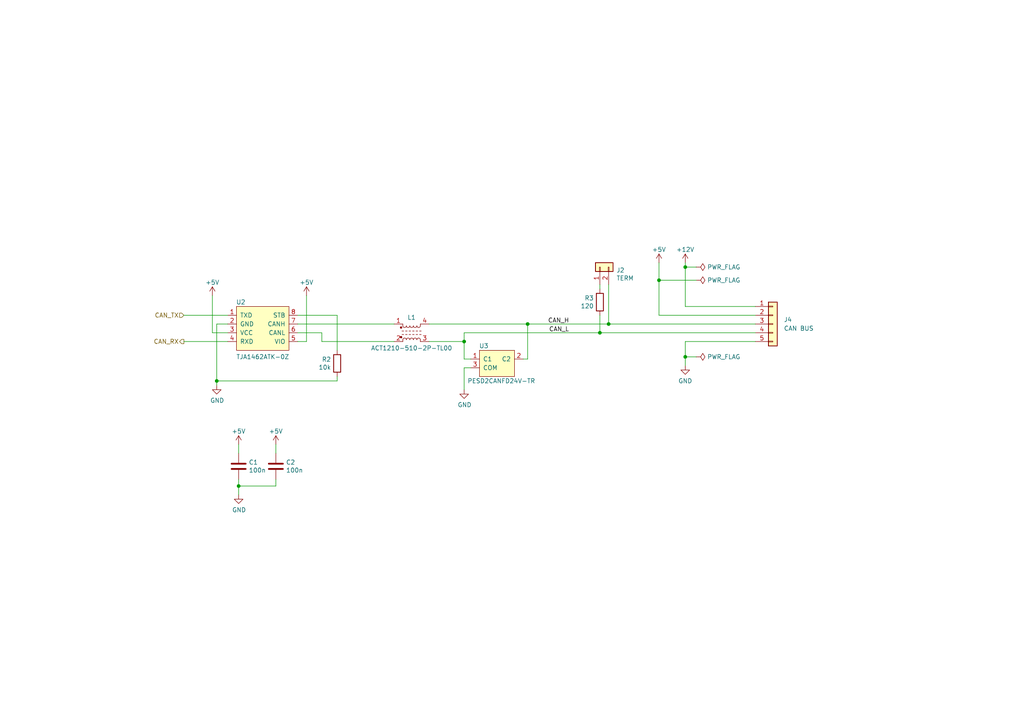
<source format=kicad_sch>
(kicad_sch (version 20230121) (generator eeschema)
  (paper "A4")
  (title_block (title "GPS and IMU Simulator") (date "2025-03-04") (rev "V1.0") (company "(C) andy@britishideas.com 2025") (comment 1 "For personal use only, no commercial use") (comment 2 "Provided as-is, no warranty express or implied. Use at your own risk"))
  (lib_symbols
    (symbol "Connector_Generic:Conn_01x02" (pin_names (offset 1.016) hide)
      (property "Reference" "J" (at 0 2.54 0))
      (property "Value" "Conn_01x02" (at 0 -5.08 0))
      (symbol "Conn_01x02_1_1"
        (rectangle (start -1.27 -2.413) (end 0 -2.667) (stroke (width 0.1524)))
        (rectangle (start -1.27 0.127) (end 0 -0.127) (stroke (width 0.1524)))
        (rectangle (start -1.27 1.27) (end 1.27 -3.81) (stroke (width 0.254)) (fill (type background)))
        (pin passive line (at -5.08 0 0) (length 3.81) (name "Pin_1") (number "1"))
        (pin passive line (at -5.08 -2.54 0) (length 3.81) (name "Pin_2") (number "2"))
      )
    )
    (symbol "Connector_Generic:Conn_01x05" (pin_names (offset 1.016) hide)
      (property "Reference" "J" (at 0 7.62 0))
      (property "Value" "Conn_01x05" (at 0 -7.62 0))
      (symbol "Conn_01x05_1_1"
        (rectangle (start -1.27 -4.953) (end 0 -5.207) (stroke (width 0.1524)))
        (rectangle (start -1.27 -2.413) (end 0 -2.667) (stroke (width 0.1524)))
        (rectangle (start -1.27 0.127) (end 0 -0.127) (stroke (width 0.1524)))
        (rectangle (start -1.27 2.667) (end 0 2.413) (stroke (width 0.1524)))
        (rectangle (start -1.27 5.207) (end 0 4.953) (stroke (width 0.1524)))
        (rectangle (start -1.27 6.35) (end 1.27 -6.35) (stroke (width 0.254)) (fill (type background)))
        (pin passive line (at -5.08 5.08 0) (length 3.81) (name "Pin_1") (number "1"))
        (pin passive line (at -5.08 2.54 0) (length 3.81) (name "Pin_2") (number "2"))
        (pin passive line (at -5.08 0 0) (length 3.81) (name "Pin_3") (number "3"))
        (pin passive line (at -5.08 -2.54 0) (length 3.81) (name "Pin_4") (number "4"))
        (pin passive line (at -5.08 -5.08 0) (length 3.81) (name "Pin_5") (number "5"))
      )
    )
    (symbol "Device:C" (pin_numbers hide) (pin_names (offset 0.254))
      (property "Reference" "C" (at 0.635 2.54 0))
      (property "Value" "C" (at 0.635 -2.54 0))
      (symbol "C_0_1"
        (polyline (pts (xy -2.032 -0.762) (xy 2.032 -0.762)) (stroke (width 0.508)))
        (polyline (pts (xy -2.032 0.762) (xy 2.032 0.762)) (stroke (width 0.508)))
      )
      (symbol "C_1_1"
        (pin passive line (at 0 3.81 270) (length 2.794) (name "~") (number "1"))
        (pin passive line (at 0 -3.81 90) (length 2.794) (name "~") (number "2"))
      )
    )
    (symbol "Device:L_Ferrite_Coupled_1423" (pin_names (offset 0.254) hide)
      (property "Reference" "L" (at 0 4.445 0))
      (property "Value" "L_Ferrite_Coupled_1423" (at 0 -4.445 0))
      (symbol "L_Ferrite_Coupled_1423_0_1"
        (circle (center -3.048 -1.27) (radius 0.254) (fill (type outline)))
        (circle (center -3.048 1.524) (radius 0.254) (fill (type outline)))
        (arc (start -2.54 2.032) (mid -2.032 1.5262) (end -1.524 2.032))
        (arc (start -1.524 -2.032) (mid -2.032 -1.5262) (end -2.54 -2.032))
        (arc (start -1.524 2.032) (mid -1.016 1.5262) (end -0.508 2.032))
        (arc (start -0.508 -2.032) (mid -1.016 -1.5262) (end -1.524 -2.032))
        (arc (start -0.508 2.032) (mid 0 1.5262) (end 0.508 2.032))
        (polyline (pts (xy -2.794 -0.508) (xy -2.286 -0.508)))
        (polyline (pts (xy -2.794 0.508) (xy -2.286 0.508)))
        (polyline (pts (xy -2.54 -2.032) (xy -2.54 -2.54)))
        (polyline (pts (xy -2.54 2.032) (xy -2.54 2.54)))
        (polyline (pts (xy -1.778 -0.508) (xy -1.27 -0.508)))
        (polyline (pts (xy -1.778 0.508) (xy -1.27 0.508)))
        (polyline (pts (xy -0.762 -0.508) (xy -0.254 -0.508)))
        (polyline (pts (xy -0.762 0.508) (xy -0.254 0.508)))
        (polyline (pts (xy 0.254 -0.508) (xy 0.762 -0.508)))
        (polyline (pts (xy 0.254 0.508) (xy 0.762 0.508)))
        (polyline (pts (xy 1.27 -0.508) (xy 1.778 -0.508)))
        (polyline (pts (xy 1.27 0.508) (xy 1.778 0.508)))
        (polyline (pts (xy 2.286 -0.508) (xy 2.794 -0.508)))
        (polyline (pts (xy 2.286 0.508) (xy 2.794 0.508)))
        (polyline (pts (xy 2.54 -2.032) (xy 2.54 -2.54)))
        (polyline (pts (xy 2.54 2.54) (xy 2.54 2.032)))
        (arc (start 0.508 -2.032) (mid 0 -1.5262) (end -0.508 -2.032))
        (arc (start 0.508 2.032) (mid 1.016 1.5262) (end 1.524 2.032))
        (arc (start 1.524 -2.032) (mid 1.016 -1.5262) (end 0.508 -2.032))
        (arc (start 1.524 2.032) (mid 2.032 1.5262) (end 2.54 2.032))
        (arc (start 2.54 -2.032) (mid 2.032 -1.5262) (end 1.524 -2.032))
      )
      (symbol "L_Ferrite_Coupled_1423_1_1"
        (pin passive line (at -5.08 2.54 0) (length 2.54) (name "1") (number "1"))
        (pin passive line (at -5.08 -2.54 0) (length 2.54) (name "2") (number "2"))
        (pin passive line (at 5.08 -2.54 180) (length 2.54) (name "3") (number "3"))
        (pin passive line (at 5.08 2.54 180) (length 2.54) (name "4") (number "4"))
      )
    )
    (symbol "Device:R" (pin_numbers hide) (pin_names (offset 0))
      (property "Reference" "R" (at 2.032 0 90))
      (property "Value" "R" (at 0 0 90))
      (symbol "R_0_1"
        (rectangle (start -1.016 -2.54) (end 1.016 2.54) (stroke (width 0.254)))
      )
      (symbol "R_1_1"
        (pin passive line (at 0 3.81 270) (length 1.27) (name "~") (number "1"))
        (pin passive line (at 0 -3.81 90) (length 1.27) (name "~") (number "2"))
      )
    )
    (symbol "EmSA:PESD2CANFD24V-T" (pin_names (offset 1.016))
      (property "Reference" "U" (at 1.27 -1.27 0))
      (property "Value" "PESD2CANFD24V-T" (at 5.08 8.89 0))
      (property "manf#" "PESD2CANFD24V-T" (at 0 0 0))
      (symbol "PESD2CANFD24V-T_0_1"
        (rectangle (start 0 0) (end 10.16 7.62) (fill (type background)))
      )
      (symbol "PESD2CANFD24V-T_1_1"
        (pin passive line (at -2.54 5.08 0) (length 2.54) (name "C1") (number "1"))
        (pin passive line (at 12.7 5.08 180) (length 2.54) (name "C2") (number "2"))
        (pin passive line (at -2.54 2.54 0) (length 2.54) (name "COM") (number "3"))
      )
    )
    (symbol "EmSA:TJA1462ATK" (pin_names (offset 1.016))
      (property "Reference" "U" (at 1.27 -1.27 0))
      (property "Value" "TJA1462ATK" (at 10.16 -1.27 0))
      (property "manf#" "TJA1462ATK" (at 0 0 0))
      (symbol "TJA1462ATK_0_1"
        (rectangle (start 0 0) (end 15.24 12.7) (fill (type background)))
      )
      (symbol "TJA1462ATK_1_1"
        (pin input line (at -2.54 10.16 0) (length 2.54) (name "TXD") (number "1"))
        (pin power_in line (at -2.54 7.62 0) (length 2.54) (name "GND") (number "2"))
        (pin power_in line (at -2.54 5.08 0) (length 2.54) (name "VCC") (number "3"))
        (pin output line (at -2.54 2.54 0) (length 2.54) (name "RXD") (number "4"))
        (pin power_in line (at 17.78 2.54 180) (length 2.54) (name "VIO") (number "5"))
        (pin bidirectional line (at 17.78 5.08 180) (length 2.54) (name "CANL") (number "6"))
        (pin bidirectional line (at 17.78 7.62 180) (length 2.54) (name "CANH") (number "7"))
        (pin input line (at 17.78 10.16 180) (length 2.54) (name "STB") (number "8"))
      )
    )
    (symbol "power:+12V" (power) (pin_names (offset 0))
      (property "Value" "+12V" (at 0 3.556 0))
      (symbol "+12V_0_1"
        (polyline (pts (xy -0.762 1.27) (xy 0 2.54)))
        (polyline (pts (xy 0 0) (xy 0 2.54)))
        (polyline (pts (xy 0 2.54) (xy 0.762 1.27)))
      )
      (symbol "+12V_1_1"
        (pin power_in line (at 0 0 90) (length 0) hide (name "+12V") (number "1"))
      )
    )
    (symbol "power:+5V" (power) (pin_names (offset 0))
      (property "Value" "+5V" (at 0 3.556 0))
      (symbol "+5V_0_1"
        (polyline (pts (xy -0.762 1.27) (xy 0 2.54)))
        (polyline (pts (xy 0 0) (xy 0 2.54)))
        (polyline (pts (xy 0 2.54) (xy 0.762 1.27)))
      )
      (symbol "+5V_1_1"
        (pin power_in line (at 0 0 90) (length 0) hide (name "+5V") (number "1"))
      )
    )
    (symbol "power:GND" (power) (pin_names (offset 0))
      (property "Value" "GND" (at 0 -3.81 0))
      (symbol "GND_0_1"
        (polyline (pts (xy 0 0) (xy 0 -1.27) (xy 1.27 -1.27) (xy 0 -2.54) (xy -1.27 -1.27) (xy 0 -1.27)))
      )
      (symbol "GND_1_1"
        (pin power_in line (at 0 0 270) (length 0) hide (name "GND") (number "1"))
      )
    )
    (symbol "power:PWR_FLAG" (power) (pin_numbers hide) (pin_names (offset 0) hide)
      (property "Value" "PWR_FLAG" (at 0 3.81 0))
      (symbol "PWR_FLAG_0_0"
        (pin power_out line (at 0 0 90) (length 0) (name "pwr") (number "1"))
      )
      (symbol "PWR_FLAG_0_1"
        (polyline (pts (xy 0 0) (xy 0 1.27) (xy -1.016 1.905) (xy 0 2.54) (xy 1.016 1.905) (xy 0 1.27)))
      )
    )
  )
  (junction (at 69.215 140.97))
  (junction (at 153.035 93.98))
  (junction (at 198.755 77.47))
  (junction (at 191.135 81.28))
  (junction (at 62.865 110.49))
  (junction (at 173.99 96.52))
  (junction (at 176.53 93.98))
  (junction (at 134.62 99.06))
  (junction (at 198.755 103.505))
  (wire (pts (xy 198.755 76.2) (xy 198.755 77.47)))
  (wire (pts (xy 62.865 111.76) (xy 62.865 110.49)))
  (wire (pts (xy 191.135 76.2) (xy 191.135 81.28)))
  (wire (pts (xy 88.9 99.06) (xy 86.36 99.06)))
  (wire (pts (xy 93.345 96.52) (xy 93.345 99.06)))
  (wire (pts (xy 88.9 85.725) (xy 88.9 99.06)))
  (wire (pts (xy 134.62 113.03) (xy 134.62 106.68)))
  (wire (pts (xy 69.215 140.97) (xy 69.215 143.51)))
  (wire (pts (xy 61.595 96.52) (xy 66.04 96.52)))
  (wire (pts (xy 198.755 88.9) (xy 219.075 88.9)))
  (wire (pts (xy 176.53 93.98) (xy 219.075 93.98)))
  (wire (pts (xy 53.34 91.44) (xy 66.04 91.44)))
  (wire (pts (xy 62.865 110.49) (xy 62.865 93.98)))
  (wire (pts (xy 93.345 99.06) (xy 114.3 99.06)))
  (wire (pts (xy 69.215 128.905) (xy 69.215 131.445)))
  (wire (pts (xy 191.135 81.28) (xy 191.135 91.44)))
  (wire (pts (xy 153.035 104.14) (xy 153.035 93.98)))
  (wire (pts (xy 191.135 91.44) (xy 219.075 91.44)))
  (wire (pts (xy 136.525 104.14) (xy 134.62 104.14)))
  (wire (pts (xy 61.595 85.725) (xy 61.595 96.52)))
  (wire (pts (xy 198.755 77.47) (xy 201.93 77.47)))
  (wire (pts (xy 173.99 96.52) (xy 219.075 96.52)))
  (wire (pts (xy 86.36 96.52) (xy 93.345 96.52)))
  (wire (pts (xy 134.62 104.14) (xy 134.62 99.06)))
  (wire (pts (xy 97.79 101.6) (xy 97.79 91.44)))
  (wire (pts (xy 134.62 106.68) (xy 136.525 106.68)))
  (wire (pts (xy 124.46 93.98) (xy 153.035 93.98)))
  (wire (pts (xy 69.215 139.065) (xy 69.215 140.97)))
  (wire (pts (xy 153.035 93.98) (xy 176.53 93.98)))
  (wire (pts (xy 124.46 99.06) (xy 134.62 99.06)))
  (wire (pts (xy 62.865 93.98) (xy 66.04 93.98)))
  (wire (pts (xy 53.34 99.06) (xy 66.04 99.06)))
  (wire (pts (xy 151.765 104.14) (xy 153.035 104.14)))
  (wire (pts (xy 198.755 103.505) (xy 201.93 103.505)))
  (wire (pts (xy 86.36 91.44) (xy 97.79 91.44)))
  (wire (pts (xy 173.99 83.82) (xy 173.99 82.55)))
  (wire (pts (xy 198.755 99.06) (xy 219.075 99.06)))
  (wire (pts (xy 80.01 128.905) (xy 80.01 131.445)))
  (wire (pts (xy 62.865 110.49) (xy 97.79 110.49)))
  (wire (pts (xy 198.755 99.06) (xy 198.755 103.505)))
  (wire (pts (xy 97.79 109.22) (xy 97.79 110.49)))
  (wire (pts (xy 134.62 96.52) (xy 134.62 99.06)))
  (wire (pts (xy 134.62 96.52) (xy 173.99 96.52)))
  (wire (pts (xy 198.755 77.47) (xy 198.755 88.9)))
  (wire (pts (xy 80.01 140.97) (xy 69.215 140.97)))
  (wire (pts (xy 176.53 93.98) (xy 176.53 82.55)))
  (wire (pts (xy 86.36 93.98) (xy 114.3 93.98)))
  (wire (pts (xy 198.755 103.505) (xy 198.755 106.045)))
  (wire (pts (xy 191.135 81.28) (xy 201.93 81.28)))
  (wire (pts (xy 80.01 139.065) (xy 80.01 140.97)))
  (wire (pts (xy 173.99 96.52) (xy 173.99 91.44)))
  (label "CAN_H" (at 165.1 93.98 180))
  (label "CAN_L" (at 165.1 96.52 180))
  (hierarchical_label "CAN_TX" (shape input) (at 53.34 91.44 180))
  (hierarchical_label "CAN_RX" (shape output) (at 53.34 99.06 180))
  (symbol (lib_id "Device:C") (at 69.215 135.255 0) (unit 1)
    (property "Reference" "C1" (at 72.136 134.0866 0) (effects (justify left)))
    (property "Value" "100n" (at 72.136 136.398 0) (effects (justify left)))
    (property "Footprint" "Capacitor_SMD:C_0805_2012Metric" (effects hide))
  )
  (symbol (lib_id "power:+5V") (at 80.01 128.905 0) (unit 1)
    (property "Reference" "#PWR07" (effects hide))
    (property "Value" "+5V" (at 80.01 125.095 0))
  )
  (symbol (lib_id "Device:R") (at 97.79 105.41 0) (mirror x) (unit 1)
    (property "Reference" "R2" (at 96.0374 104.2416 0) (effects (justify right)))
    (property "Value" "10k" (at 96.0374 106.553 0) (effects (justify right)))
    (property "Footprint" "Resistor_SMD:R_0805_2012Metric" (effects hide))
  )
  (symbol (lib_id "Connector_Generic:Conn_01x05") (at 224.155 93.98 0) (unit 1)
    (property "Reference" "J4" (at 227.33 92.71 0) (effects (justify left)))
    (property "Value" "CAN BUS" (at 227.33 95.25 0) (effects (justify left)))
    (property "Footprint" "Connector_JST:JST_PH_B5B-PH-K_1x05_P2.00mm_Vertical" (effects hide))
    (property "manf#" "B5B-PH-K-S" (effects hide))
  )
  (symbol (lib_id "EmSA:TJA1462ATK") (at 68.58 101.6 0) (unit 1)
    (property "Reference" "U2" (at 69.85 87.63 0))
    (property "Value" "TJA1462ATK-0Z" (at 76.2 103.505 0))
    (property "Footprint" "EmSA:HVSON8_0_65mm" (effects hide))
    (property "manf#" "TJA1462ATK/0Z" (effects hide))
  )
  (symbol (lib_id "power:+12V") (at 198.755 76.2 0) (unit 1)
    (property "Reference" "#PWR012" (effects hide))
    (property "Value" "+12V" (at 198.755 72.39 0))
  )
  (symbol (lib_id "EmSA:PESD2CANFD24V-T") (at 139.065 109.22 0) (unit 1)
    (property "Reference" "U3" (at 140.335 100.33 0))
    (property "Value" "PESD2CANFD24V-TR" (at 145.415 110.49 0))
    (property "Footprint" "Package_TO_SOT_SMD:SOT-23" (effects hide))
    (property "manf#" "PESD2CANFD24V-TR" (effects hide))
  )
  (symbol (lib_id "power:PWR_FLAG") (at 201.93 77.47 270) (unit 1)
    (property "Reference" "#FLG03" (effects hide))
    (property "Value" "PWR_FLAG" (at 205.105 77.47 90) (effects (justify left)))
  )
  (symbol (lib_id "power:GND") (at 198.755 106.045 0) (unit 1)
    (property "Reference" "#PWR013" (effects hide))
    (property "Value" "GND" (at 198.755 110.49 0))
  )
  (symbol (lib_id "Device:L_Ferrite_Coupled_1423") (at 119.38 96.52 0) (unit 1)
    (property "Reference" "L1" (at 119.38 92.075 0))
    (property "Value" "ACT1210-510-2P-TL00" (at 119.38 100.965 0))
    (property "Footprint" "EmSA:ACT1210-510-2P-TL00" (effects hide))
    (property "manf#" "ACT1210-510-2P-TL00" (effects hide))
  )
  (symbol (lib_id "power:GND") (at 134.62 113.03 0) (unit 1)
    (property "Reference" "#PWR09" (effects hide))
    (property "Value" "GND" (at 134.747 117.4242 0))
  )
  (symbol (lib_id "power:+5V") (at 61.595 85.725 0) (unit 1)
    (property "Reference" "#PWR02" (effects hide))
    (property "Value" "+5V" (at 61.595 81.915 0))
  )
  (symbol (lib_id "power:GND") (at 69.215 143.51 0) (unit 1)
    (property "Reference" "#PWR06" (effects hide))
    (property "Value" "GND" (at 69.342 147.9042 0))
  )
  (symbol (lib_id "power:+5V") (at 191.135 76.2 0) (unit 1)
    (property "Reference" "#PWR010" (effects hide))
    (property "Value" "+5V" (at 191.135 72.39 0))
  )
  (symbol (lib_id "Device:C") (at 80.01 135.255 0) (unit 1)
    (property "Reference" "C2" (at 82.931 134.0866 0) (effects (justify left)))
    (property "Value" "100n" (at 82.931 136.398 0) (effects (justify left)))
    (property "Footprint" "Capacitor_SMD:C_0805_2012Metric" (effects hide))
  )
  (symbol (lib_id "Connector_Generic:Conn_01x02") (at 173.99 77.47 90) (unit 1)
    (property "Reference" "J2" (at 178.7652 78.3844 90) (effects (justify right)))
    (property "Value" "TERM" (at 178.7652 80.6958 90) (effects (justify right)))
    (property "Footprint" "Connector_PinHeader_2.54mm:PinHeader_1x02_P2.54mm_Vertical" (effects hide))
  )
  (symbol (lib_id "power:+5V") (at 69.215 128.905 0) (unit 1)
    (property "Reference" "#PWR04" (effects hide))
    (property "Value" "+5V" (at 69.215 125.095 0))
  )
  (symbol (lib_id "power:+5V") (at 88.9 85.725 0) (unit 1)
    (property "Reference" "#PWR08" (effects hide))
    (property "Value" "+5V" (at 88.9 81.915 0))
  )
  (symbol (lib_id "power:PWR_FLAG") (at 201.93 81.28 270) (unit 1)
    (property "Reference" "#FLG02" (effects hide))
    (property "Value" "PWR_FLAG" (at 205.105 81.28 90) (effects (justify left)))
  )
  (symbol (lib_id "power:GND") (at 62.865 111.76 0) (unit 1)
    (property "Reference" "#PWR03" (effects hide))
    (property "Value" "GND" (at 62.992 116.1542 0))
  )
  (symbol (lib_id "power:PWR_FLAG") (at 201.93 103.505 270) (unit 1)
    (property "Reference" "#FLG04" (effects hide))
    (property "Value" "PWR_FLAG" (at 205.105 103.505 90) (effects (justify left)))
  )
  (symbol (lib_id "Device:R") (at 173.99 87.63 0) (mirror x) (unit 1)
    (property "Reference" "R3" (at 172.2374 86.4616 0) (effects (justify right)))
    (property "Value" "120" (at 172.2374 88.773 0) (effects (justify right)))
    (property "Footprint" "Resistor_SMD:R_0805_2012Metric" (effects hide))
  )
)
</source>
